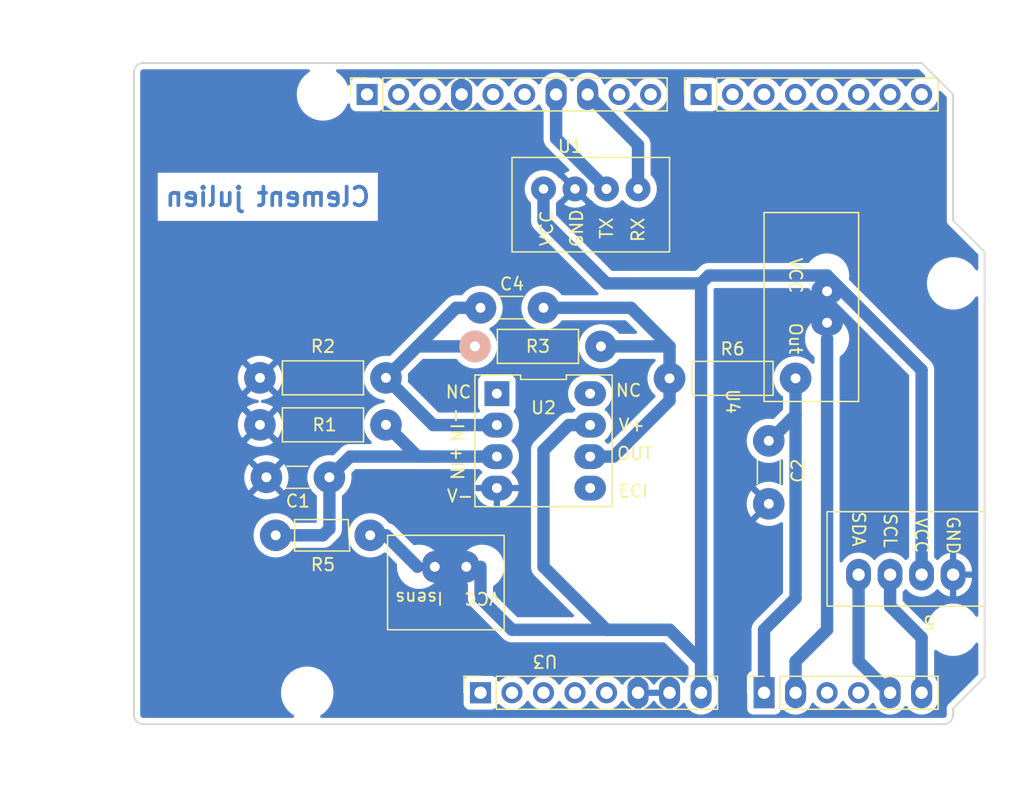
<source format=kicad_pcb>
(kicad_pcb (version 20211014) (generator pcbnew)
  (title_block (date "mar. 31 mars 2015"))
  (layers (0 "F.Cu" signal) (31 "B.Cu" signal) (34 "B.Paste" user) (35 "F.Paste" user) (36 "B.SilkS" user "B.Silkscreen") (37 "F.SilkS" user "F.Silkscreen") (38 "B.Mask" user) (39 "F.Mask" user) (44 "Edge.Cuts" user))
  (net 0 "")
  (net 1 "GND")
  (net 3 "+5V")
  (net 4 "/IOREF")
  (net 5 "/A0")
  (net 6 "/A1")
  (net 7 "/A2")
  (net 8 "/A3")
  (net 9 "/SDA{slash}A4")
  (net 10 "/SCL{slash}A5")
  (net 11 "/13")
  (net 12 "/12")
  (net 13 "/AREF")
  (net 14 "/8")
  (net 15 "/7")
  (net 16 "/*11")
  (net 17 "/*10")
  (net 18 "/*9")
  (net 19 "/4")
  (net 20 "/2")
  (net 21 "/*6")
  (net 22 "/*5")
  (net 23 "/TX{slash}1")
  (net 24 "/*3")
  (net 25 "/RX{slash}0")
  (net 26 "+3V3")
  (net 27 "VCC")
  (net 28 "/~{RESET}")
  (net 29 "Net-(C1-Pad1)")
  (net 30 "Net-(C4-Pad1)")
  (net 31 "Net-(C4-Pad2)")
  (net 35 "Net-(R5-Pad1)")
  (footprint "Connector_PinSocket_2.54mm:PinSocket_1x08_P2.54mm_Vertical" (layer "F.Cu") (at 127.94 97.46 90)
    (fp_text reference "J1" hide)
    (fp_text value "Power")
    (fp_line (start -1.33 19.11) (end 1.33 19.11) (layer "F.SilkS") (width 0.12))
    (fp_line (start 1.33 1.27) (end 1.33 19.11) (layer "F.SilkS") (width 0.12))
    (fp_line (start -1.33 1.27) (end 1.33 1.27) (layer "F.SilkS") (width 0.12))
    (fp_line (start 0 -1.33) (end 1.33 -1.33) (layer "F.SilkS") (width 0.12))
    (fp_line (start 1.33 -1.33) (end 1.33 0) (layer "F.SilkS") (width 0.12))
    (fp_line (start -1.33 1.27) (end -1.33 19.11) (layer "F.SilkS") (width 0.12))
    (pad "1" thru_hole rect locked (at 0 0 90) (size 1.7 1.7) (drill 1) (layers *.Cu *.Mask))
    (pad "2" thru_hole oval locked (at 0 2.54 90) (size 1.7 1.7) (drill 1) (layers *.Cu *.Mask) (net 4 "/IOREF"))
    (pad "3" thru_hole oval locked (at 0 5.08 90) (size 1.7 1.7) (drill 1) (layers *.Cu *.Mask) (net 28 "/~{RESET}"))
    (pad "4" thru_hole oval locked (at 0 7.62 90) (size 1.7 1.7) (drill 1) (layers *.Cu *.Mask) (net 26 "+3V3"))
    (pad "5" thru_hole oval locked (at 0 10.16 90) (size 1.7 1.7) (drill 1) (layers *.Cu *.Mask) (net 3 "+5V"))
    (pad "6" thru_hole oval locked (at 0 12.7 90) (size 2.5 1.7) (drill 1) (layers *.Cu *.Mask) (net 1 "GND"))
    (pad "7" thru_hole oval locked (at 0 15.24 90) (size 2.5 1.7) (drill 1) (layers *.Cu *.Mask) (net 1 "GND"))
    (pad "8" thru_hole oval locked (at 0 17.78 90) (size 2.5 1.7) (drill 1) (layers *.Cu *.Mask) (net 27 "VCC"))
  )
  (footprint "Connector_PinSocket_2.54mm:PinSocket_1x06_P2.54mm_Vertical" (layer "F.Cu") (at 150.8 97.46 90)
    (fp_text reference "J3" hide)
    (fp_text value "Analog")
    (fp_line (start 1.33 1.27) (end 1.33 14.03) (layer "F.SilkS") (width 0.12))
    (fp_line (start 0 -1.33) (end 1.33 -1.33) (layer "F.SilkS") (width 0.12))
    (fp_line (start -1.33 1.27) (end 1.33 1.27) (layer "F.SilkS") (width 0.12))
    (fp_line (start -1.33 1.27) (end -1.33 14.03) (layer "F.SilkS") (width 0.12))
    (fp_line (start -1.33 14.03) (end 1.33 14.03) (layer "F.SilkS") (width 0.12))
    (fp_line (start 1.33 -1.33) (end 1.33 0) (layer "F.SilkS") (width 0.12))
    (pad "1" thru_hole rect locked (at 0 0 90) (size 2.5 1.7) (drill 1) (layers *.Cu *.Mask) (net 5 "/A0"))
    (pad "2" thru_hole oval locked (at 0 2.54 90) (size 2.5 1.7) (drill 1) (layers *.Cu *.Mask) (net 6 "/A1"))
    (pad "3" thru_hole oval locked (at 0 5.08 90) (size 1.7 1.7) (drill 1) (layers *.Cu *.Mask) (net 7 "/A2"))
    (pad "4" thru_hole oval locked (at 0 7.62 90) (size 1.7 1.7) (drill 1) (layers *.Cu *.Mask) (net 8 "/A3"))
    (pad "5" thru_hole oval locked (at 0 10.16 90) (size 2.5 1.7) (drill 1) (layers *.Cu *.Mask) (net 9 "/SDA{slash}A4"))
    (pad "6" thru_hole oval locked (at 0 12.7 90) (size 2.5 1.7) (drill 1) (layers *.Cu *.Mask) (net 10 "/SCL{slash}A5"))
  )
  (footprint "Connector_PinSocket_2.54mm:PinSocket_1x10_P2.54mm_Vertical" (layer "F.Cu") (at 118.796 49.2 90)
    (fp_text reference "J2" hide)
    (fp_text value "Digital/PWM")
    (fp_line (start -1.33 24.19) (end 1.33 24.19) (layer "F.SilkS") (width 0.12))
    (fp_line (start -1.33 1.27) (end -1.33 24.19) (layer "F.SilkS") (width 0.12))
    (fp_line (start 1.33 -1.33) (end 1.33 0) (layer "F.SilkS") (width 0.12))
    (fp_line (start 0 -1.33) (end 1.33 -1.33) (layer "F.SilkS") (width 0.12))
    (fp_line (start 1.33 1.27) (end 1.33 24.19) (layer "F.SilkS") (width 0.12))
    (fp_line (start -1.33 1.27) (end 1.33 1.27) (layer "F.SilkS") (width 0.12))
    (pad "1" thru_hole rect locked (at 0 0 90) (size 1.7 1.7) (drill 1) (layers *.Cu *.Mask) (net 10 "/SCL{slash}A5"))
    (pad "2" thru_hole oval locked (at 0 2.54 90) (size 1.7 1.7) (drill 1) (layers *.Cu *.Mask) (net 9 "/SDA{slash}A4"))
    (pad "3" thru_hole oval locked (at 0 5.08 90) (size 1.7 1.7) (drill 1) (layers *.Cu *.Mask) (net 13 "/AREF"))
    (pad "4" thru_hole oval locked (at 0 7.62 90) (size 2.5 1.7) (drill 1) (layers *.Cu *.Mask) (net 1 "GND"))
    (pad "5" thru_hole oval locked (at 0 10.16 90) (size 1.7 1.7) (drill 1) (layers *.Cu *.Mask) (net 11 "/13"))
    (pad "6" thru_hole oval locked (at 0 12.7 90) (size 1.7 1.7) (drill 1) (layers *.Cu *.Mask) (net 12 "/12"))
    (pad "7" thru_hole oval locked (at 0 15.24 90) (size 2.5 1.7) (drill 1) (layers *.Cu *.Mask) (net 16 "/*11"))
    (pad "8" thru_hole oval locked (at 0 17.78 90) (size 2.5 1.7) (drill 1) (layers *.Cu *.Mask) (net 17 "/*10"))
    (pad "9" thru_hole oval locked (at 0 20.32 90) (size 1.7 1.7) (drill 1) (layers *.Cu *.Mask) (net 18 "/*9"))
    (pad "10" thru_hole oval locked (at 0 22.86 90) (size 1.7 1.7) (drill 1) (layers *.Cu *.Mask) (net 14 "/8"))
  )
  (footprint "Connector_PinSocket_2.54mm:PinSocket_1x08_P2.54mm_Vertical" (layer "F.Cu") (at 145.72 49.2 90)
    (fp_text reference "J4" hide)
    (fp_text value "Digital/PWM")
    (fp_line (start -1.33 19.11) (end 1.33 19.11) (layer "F.SilkS") (width 0.12))
    (fp_line (start -1.33 1.27) (end -1.33 19.11) (layer "F.SilkS") (width 0.12))
    (fp_line (start 0 -1.33) (end 1.33 -1.33) (layer "F.SilkS") (width 0.12))
    (fp_line (start -1.33 1.27) (end 1.33 1.27) (layer "F.SilkS") (width 0.12))
    (fp_line (start 1.33 -1.33) (end 1.33 0) (layer "F.SilkS") (width 0.12))
    (fp_line (start 1.33 1.27) (end 1.33 19.11) (layer "F.SilkS") (width 0.12))
    (pad "1" thru_hole rect locked (at 0 0 90) (size 1.7 1.7) (drill 1) (layers *.Cu *.Mask) (net 15 "/7"))
    (pad "2" thru_hole oval locked (at 0 2.54 90) (size 1.7 1.7) (drill 1) (layers *.Cu *.Mask) (net 21 "/*6"))
    (pad "3" thru_hole oval locked (at 0 5.08 90) (size 1.7 1.7) (drill 1) (layers *.Cu *.Mask) (net 22 "/*5"))
    (pad "4" thru_hole oval locked (at 0 7.62 90) (size 1.7 1.7) (drill 1) (layers *.Cu *.Mask) (net 19 "/4"))
    (pad "5" thru_hole oval locked (at 0 10.16 90) (size 1.7 1.7) (drill 1) (layers *.Cu *.Mask) (net 24 "/*3"))
    (pad "6" thru_hole oval locked (at 0 12.7 90) (size 1.7 1.7) (drill 1) (layers *.Cu *.Mask) (net 20 "/2"))
    (pad "7" thru_hole oval locked (at 0 15.24 90) (size 1.7 1.7) (drill 1) (layers *.Cu *.Mask) (net 23 "/TX{slash}1"))
    (pad "8" thru_hole oval locked (at 0 17.78 90) (size 1.7 1.7) (drill 1) (layers *.Cu *.Mask) (net 25 "/RX{slash}0"))
  )
  (footprint "capteur_graphite:Graphite_flex_sensor" (layer "F.Cu") (at 125.527 87.3 180)
    (fp_text reference "U3" (at -7.62 -7.62 180 unlocked) (layer "F.SilkS"))
    (fp_text value "Graphite_flex_sensor")
    (fp_text user "Isens" (at 2.54 -2.54 180 unlocked) (layer "F.SilkS"))
    (fp_text user "VCC" (at -2.54 -2.54 180 unlocked) (layer "F.SilkS"))
    (fp_rect (start -4.318 -5.08) (end 5.08 2.54) (layer "F.SilkS") (width 0.12) (fill none))
    (pad "1" thru_hole oval (at -1.27 0 180) (size 2 2.54) (drill 0.8) (layers *.Cu *.Mask) (net 27 "VCC"))
    (pad "2" thru_hole oval (at 1.27 0 180) (size 2 2.54) (drill 0.8) (layers *.Cu *.Mask) (net 35 "Net-(R5-Pad1)"))
  )
  (footprint "capteur_graphite:LTC1050" (layer "F.Cu") (at 133.02 77.14 -90)
    (fp_text reference "U2" (at -2.667 0) (layer "F.SilkS"))
    (fp_text value "LTC1050")
    (fp_text user "V+" (at -1.27 -7.112 unlocked) (layer "F.SilkS"))
    (fp_text user "NC" (at -4.064 -6.858 unlocked) (layer "F.SilkS"))
    (fp_text user "+IN" (at 1.778 6.985 -90 unlocked) (layer "F.SilkS"))
    (fp_text user "OUT" (at 1.016 -7.366 unlocked) (layer "F.SilkS"))
    (fp_text user "NC" (at -3.937 6.858 unlocked) (layer "F.SilkS"))
    (fp_text user "-IN" (at -1.27 6.985 -90 unlocked) (layer "F.SilkS"))
    (fp_text user "ECI" (at 4.064 -7.239 unlocked) (layer "F.SilkS"))
    (fp_text user "V-" (at 4.445 6.731 unlocked) (layer "F.SilkS"))
    (fp_line (start -5.31 1.843333) (end -5.31 5.53) (layer "F.SilkS") (width 0.12))
    (fp_line (start -5.31 -1.843333) (end -4.95 -1.843333) (layer "F.SilkS") (width 0.12))
    (fp_line (start 5.31 5.53) (end 5.31 -5.53) (layer "F.SilkS") (width 0.12))
    (fp_line (start -4.95 -1.843333) (end -4.95 1.843333) (layer "F.SilkS") (width 0.12))
    (fp_line (start 5.31 -5.53) (end -5.31 -5.53) (layer "F.SilkS") (width 0.12))
    (fp_line (start -5.31 5.53) (end 5.31 5.53) (layer "F.SilkS") (width 0.12))
    (fp_line (start -4.95 1.843333) (end -5.31 1.843333) (layer "F.SilkS") (width 0.12))
    (fp_line (start -5.31 -5.53) (end -5.31 -1.843333) (layer "F.SilkS") (width 0.12))
    (pad "1" thru_hole rect (at -3.81 3.76 270) (size 2 2) (drill 0.8) (layers *.Cu *.Mask))
    (pad "2" thru_hole oval (at -1.27 3.76 270) (size 2 2.54) (drill 0.8) (layers *.Cu *.Mask) (net 30 "Net-(C4-Pad1)"))
    (pad "3" thru_hole oval (at 1.27 3.76 270) (size 2 2.54) (drill 0.8) (layers *.Cu *.Mask) (net 29 "Net-(C1-Pad1)"))
    (pad "4" thru_hole oval (at 3.81 3.76 270) (size 2 2.54) (drill 0.8) (layers *.Cu *.Mask) (net 1 "GND"))
    (pad "5" thru_hole oval (at 3.81 -3.76 270) (size 2 2.54) (drill 0.8) (layers *.Cu *.Mask))
    (pad "6" thru_hole oval (at 1.27 -3.76 270) (size 2 2.54) (drill 0.8) (layers *.Cu *.Mask) (net 31 "Net-(C4-Pad2)"))
    (pad "7" thru_hole oval (at -1.27 -3.76 270) (size 2 2.54) (drill 0.8) (layers *.Cu *.Mask) (net 27 "VCC"))
    (pad "8" thru_hole oval (at -3.81 -3.76 270) (size 2 2.54) (drill 0.8) (layers *.Cu *.Mask))
  )
  (footprint "Resistor_THT:R_Axial_DIN0207_L6.3mm_D2.5mm_P10.16mm_Horizontal" (layer "F.Cu") (at 143.18 72.1)
    (fp_text reference "R6" (at 5.08 -2.37) (layer "F.SilkS"))
    (fp_text value "1k")
    (fp_line (start 1.81 1.37) (end 8.35 1.37) (layer "F.SilkS") (width 0.12))
    (fp_line (start 1.81 -1.37) (end 1.81 1.37) (layer "F.SilkS") (width 0.12))
    (fp_line (start 8.35 -1.37) (end 1.81 -1.37) (layer "F.SilkS") (width 0.12))
    (fp_line (start 8.35 1.37) (end 8.35 -1.37) (layer "F.SilkS") (width 0.12))
    (pad "1" thru_hole circle (at 0 0) (size 2.54 2.54) (drill 0.8) (layers *.Cu *.Mask) (net 31 "Net-(C4-Pad2)"))
    (pad "2" thru_hole circle (at 10.16 0) (size 2.54 2.54) (drill 0.8) (layers *.Cu *.Mask) (net 5 "/A0"))
  )
  (footprint "Resistor_THT:R_Axial_DIN0204_L3.6mm_D1.6mm_P5.08mm_Horizontal" (layer "F.Cu") (at 127.94 66.41)
    (fp_text reference "C4" (at 2.54 -1.92) (layer "F.SilkS"))
    (fp_text value "1µ")
    (fp_line (start 1.509 -0.92) (end 3.429 -0.92) (layer "F.SilkS") (width 0.12))
    (fp_line (start 1.509 0.889) (end 3.556 0.889) (layer "F.SilkS") (width 0.12))
    (pad "1" thru_hole circle (at 0 0) (size 2.54 2.54) (drill 0.8) (layers *.Cu *.Mask) (net 30 "Net-(C4-Pad1)"))
    (pad "2" thru_hole circle (at 5.08 0) (size 2.54 2.54) (drill 0.8) (layers *.Cu *.Mask) (net 31 "Net-(C4-Pad2)"))
  )
  (footprint "Resistor_THT:R_Axial_DIN0207_L6.3mm_D2.5mm_P10.16mm_Horizontal" (layer "F.Cu") (at 127.49 69.52)
    (fp_text reference "R3" (at 5.08 0) (layer "F.SilkS"))
    (fp_text value "100k")
    (fp_line (start 1.81 -1.37) (end 1.81 1.37) (layer "F.SilkS") (width 0.12))
    (fp_line (start 1.81 1.37) (end 8.35 1.37) (layer "F.SilkS") (width 0.12))
    (fp_line (start 8.35 -1.37) (end 1.81 -1.37) (layer "F.SilkS") (width 0.12))
    (fp_line (start 8.35 1.37) (end 8.35 -1.37) (layer "F.SilkS") (width 0.12))
    (pad "1" thru_hole circle (at 0 0) (size 2.54 2.54) (drill 0.8) (layers *.Cu *.Mask "B.SilkS") (net 30 "Net-(C4-Pad1)"))
    (pad "2" thru_hole circle (at 10.16 0) (size 2.54 2.54) (drill 0.8) (layers *.Cu *.Mask) (net 31 "Net-(C4-Pad2)"))
  )
  (footprint "Arduino_MountingHole:MountingHole_3.2mm" (layer "F.Cu") (at 115.24 49.2)
    (fp_text reference "MH1" hide)
    (fp_text value "MountingHole_3.2mm" hide)
    (pad "" np_thru_hole circle locked (at 0 0) (size 3.2 3.2) (drill 3.2) (layers *.Cu *.Mask))
  )
  (footprint "Resistor_THT:R_Axial_DIN0204_L3.6mm_D1.6mm_P5.08mm_Horizontal" (layer "F.Cu") (at 115.76 80.08 180)
    (fp_text reference "C1" (at 2.54 -1.92) (layer "F.SilkS"))
    (fp_text value "100n")
    (fp_line (start 1.763 0.889) (end 3.429 0.889) (layer "F.SilkS") (width 0.12))
    (fp_line (start 1.636 -0.889) (end 3.556 -0.889) (layer "F.SilkS") (width 0.12))
    (pad "1" thru_hole circle (at 0 0 180) (size 2.54 2.54) (drill 0.8) (layers *.Cu *.Mask) (net 29 "Net-(C1-Pad1)"))
    (pad "2" thru_hole circle (at 5.08 0 180) (size 2.54 2.54) (drill 0.8) (layers *.Cu *.Mask) (net 1 "GND"))
  )
  (footprint "Resistor_THT:R_Axial_DIN0207_L6.3mm_D2.5mm_P7.62mm_Horizontal" (layer "F.Cu") (at 119.05 84.76 180)
    (fp_text reference "R5" (at 3.81 -2.37) (layer "F.SilkS"))
    (fp_text value "10k")
    (fp_line (start 6.096 1.27) (end 1.778 1.27) (layer "F.SilkS") (width 0.12))
    (fp_line (start 6.096 -1.27) (end 6.096 1.27) (layer "F.SilkS") (width 0.12))
    (fp_line (start 1.778 1.27) (end 1.651 -1.27) (layer "F.SilkS") (width 0.12))
    (fp_line (start 1.651 -1.27) (end 6.096 -1.27) (layer "F.SilkS") (width 0.12))
    (pad "1" thru_hole circle (at 0 0 180) (size 2.54 2.54) (drill 0.8) (layers *.Cu *.Mask) (net 35 "Net-(R5-Pad1)"))
    (pad "2" thru_hole circle (at 7.62 0 180) (size 2.54 2.54) (drill 0.8) (layers *.Cu *.Mask) (net 29 "Net-(C1-Pad1)"))
  )
  (footprint "capteur_graphite:BT_empreinte" (layer "F.Cu") (at 135.56 56.82)
    (fp_text reference "U1" (at -0.381 -3.429 unlocked) (layer "F.SilkS"))
    (fp_text value "Modem_BT")
    (fp_text user "VCC" (at -2.286 3.175 90 unlocked) (layer "F.SilkS"))
    (fp_text user "TX" (at 2.54 3.175 90 unlocked) (layer "F.SilkS"))
    (fp_text user "GND" (at 0.127 3.175 90 unlocked) (layer "F.SilkS"))
    (fp_text user "RX" (at 5.08 3.302 90 unlocked) (layer "F.SilkS"))
    (fp_rect (start -5.08 -2.54) (end 7.62 5.08) (layer "F.SilkS") (width 0.12) (fill none))
    (pad "1" thru_hole circle (at -2.54 0) (size 2 2) (drill 0.762) (layers *.Cu *.Mask) (net 27 "VCC"))
    (pad "2" thru_hole circle (at 0 0) (size 2 2) (drill 0.762) (layers *.Cu *.Mask) (net 1 "GND"))
    (pad "3" thru_hole circle (at 2.54 0) (size 2 2) (drill 0.8) (layers *.Cu *.Mask) (net 16 "/*11"))
    (pad "4" thru_hole circle (at 5.08 0) (size 2 2) (drill 0.762) (layers *.Cu *.Mask) (net 17 "/*10"))
  )
  (footprint "capteur_graphite:Spectra_flex_sensor" (layer "F.Cu") (at 155.88 66.345 -90)
    (fp_text reference "U4" (at 7.62 7.62 -90 unlocked) (layer "F.SilkS"))
    (fp_text value "Spectra_flex_sensor")
    (fp_text user "Out" (at 2.54 2.54 -90 unlocked) (layer "F.SilkS"))
    (fp_text user "VCC" (at -2.54 2.54 -90 unlocked) (layer "F.SilkS"))
    (fp_rect (start -7.62 -2.54) (end 7.62 5.08) (layer "F.SilkS") (width 0.12) (fill none))
    (pad "1" thru_hole oval (at -1.27 0 270) (size 2 2.54) (drill oval 0.8) (layers *.Cu *.Mask) (net 27 "VCC"))
    (pad "2" thru_hole oval (at 1.27 0 270) (size 2 2.54) (drill 0.8) (layers *.Cu *.Mask) (net 6 "/A1"))
  )
  (footprint "capteur_graphite:OLED_screen" (layer "F.Cu") (at 160.96 87.935 180)
    (fp_text reference "U5" (at -3.683 -3.81 180 unlocked) (layer "F.SilkS"))
    (fp_text value "OLED_screen")
    (fp_text user "GND" (at -5.08 3.175 270 unlocked) (layer "F.SilkS"))
    (fp_text user "VCC" (at -2.54 3.175 270 unlocked) (layer "F.SilkS"))
    (fp_text user "SCL" (at 0 3.556 270 unlocked) (layer "F.SilkS"))
    (fp_text user "SDA" (at 2.54 3.683 270 unlocked) (layer "F.SilkS"))
    (fp_rect (start -7.62 -2.54) (end 5.08 5.08) (layer "F.SilkS") (width 0.12) (fill none))
    (pad "1" thru_hole oval (at -5.08 0 180) (size 2 2.54) (drill 1) (layers *.Cu *.Mask) (net 1 "GND"))
    (pad "2" thru_hole oval (at -2.54 0 180) (size 2 2.54) (drill 1) (layers *.Cu *.Mask) (net 27 "VCC"))
    (pad "3" thru_hole oval (at 0 0 180) (size 2 2.54) (drill 1) (layers *.Cu *.Mask) (net 10 "/SCL{slash}A5"))
    (pad "4" thru_hole oval (at 2.54 0 180) (size 2 2.54) (drill 1) (layers *.Cu *.Mask) (net 9 "/SDA{slash}A4"))
  )
  (footprint "Resistor_THT:R_Axial_DIN0204_L3.6mm_D1.6mm_P5.08mm_Horizontal" (layer "F.Cu") (at 151.181 77.14 -90)
    (fp_text reference "C2" (at 2.413 -2.354 90) (layer "F.SilkS"))
    (fp_text value "100n")
    (fp_line (start 1.509 0.92) (end 3.429 0.92) (layer "F.SilkS") (width 0.12))
    (fp_line (start 1.509 -0.92) (end 3.556 -0.92) (layer "F.SilkS") (width 0.12))
    (pad "1" thru_hole circle (at 0 0 270) (size 2.54 2.54) (drill 0.8) (layers *.Cu *.Mask) (net 5 "/A0"))
    (pad "2" thru_hole circle (at 5.08 0 270) (size 2.54 2.54) (drill 0.8) (layers *.Cu *.Mask) (net 1 "GND"))
  )
  (footprint "Arduino_MountingHole:MountingHole_3.2mm" (layer "F.Cu") (at 113.97 97.46)
    (fp_text reference "MH2" hide)
    (fp_text value "MountingHole_3.2mm" hide)
    (pad "" np_thru_hole circle locked (at 0 0) (size 3.2 3.2) (drill 3.2) (layers *.Cu *.Mask))
  )
  (footprint "Resistor_THT:R_Axial_DIN0207_L6.3mm_D2.5mm_P10.16mm_Horizontal" (layer "F.Cu") (at 120.32 75.85 180)
    (fp_text reference "R1" (at 4.953 0) (layer "F.SilkS"))
    (fp_text value "100k")
    (fp_line (start 1.81 1.37) (end 8.35 1.37) (layer "F.SilkS") (width 0.12))
    (fp_line (start 8.35 -1.37) (end 1.81 -1.37) (layer "F.SilkS") (width 0.12))
    (fp_line (start 1.81 -1.37) (end 1.81 1.37) (layer "F.SilkS") (width 0.12))
    (fp_line (start 8.35 1.37) (end 8.35 -1.37) (layer "F.SilkS") (width 0.12))
    (pad "1" thru_hole circle (at 0 0 180) (size 2.54 2.54) (drill 0.8) (layers *.Cu *.Mask) (net 29 "Net-(C1-Pad1)"))
    (pad "2" thru_hole circle (at 10.16 0 180) (size 2.54 2.54) (drill 0.8) (layers *.Cu *.Mask) (net 1 "GND"))
  )
  (footprint "Resistor_THT:R_Axial_DIN0207_L6.3mm_D2.5mm_P10.16mm_Horizontal" (layer "F.Cu") (at 120.32 72.06 180)
    (fp_text reference "R2" (at 5.08 2.54) (layer "F.SilkS"))
    (fp_text value "1k")
    (fp_line (start 1.81 1.37) (end 8.35 1.37) (layer "F.SilkS") (width 0.12))
    (fp_line (start 8.35 -1.37) (end 1.81 -1.37) (layer "F.SilkS") (width 0.12))
    (fp_line (start 8.35 1.37) (end 8.35 -1.37) (layer "F.SilkS") (width 0.12))
    (fp_line (start 1.81 -1.37) (end 1.81 1.37) (layer "F.SilkS") (width 0.12))
    (pad "1" thru_hole circle (at 0 0 180) (size 2.54 2.54) (drill 0.8) (layers *.Cu *.Mask) (net 30 "Net-(C4-Pad1)"))
    (pad "2" thru_hole circle (at 10.16 0 180) (size 2.54 2.54) (drill 0.8) (layers *.Cu *.Mask) (net 1 "GND"))
  )
  (footprint "Arduino_MountingHole:MountingHole_3.2mm" (layer "F.Cu") (at 166.04 64.44)
    (fp_text reference "MH3" hide)
    (fp_text value "MountingHole_3.2mm" hide)
    (pad "" np_thru_hole circle locked (at 0 0) (size 3.2 3.2) (drill 3.2) (layers *.Cu *.Mask))
  )
  (footprint "Arduino_MountingHole:MountingHole_3.2mm" (layer "F.Cu") (at 166.04 92.38)
    (fp_text reference "MH4" hide)
    (fp_text value "MountingHole_3.2mm" hide)
    (pad "" np_thru_hole circle locked (at 0 0) (size 3.2 3.2) (drill 3.2) (layers *.Cu *.Mask))
  )
  (gr_line (start 166.04 59.36) (end 168.58 61.9) (layer "Edge.Cuts") (width 0.15))
  (gr_line (start 100 99.238) (end 100 47.422) (layer "Edge.Cuts") (width 0.15))
  (gr_line (start 168.58 61.9) (end 168.58 96.19) (layer "Edge.Cuts") (width 0.15))
  (gr_line (start 165.278 100) (end 100.762 100) (layer "Edge.Cuts") (width 0.15))
  (gr_line (start 100.762 46.66) (end 163.5 46.66) (layer "Edge.Cuts") (width 0.15))
  (gr_arc (start 100.762 100) (mid 100.223185 99.776815) (end 100 99.238) (layer "Edge.Cuts") (width 0.15))
  (gr_line (start 168.58 96.19) (end 166.04 98.73) (layer "Edge.Cuts") (width 0.15))
  (gr_line (start 163.5 46.66) (end 166.04 49.2) (layer "Edge.Cuts") (width 0.15))
  (gr_arc (start 166.04 99.238) (mid 165.816815 99.776815) (end 165.278 100) (layer "Edge.Cuts") (width 0.15))
  (gr_line (start 166.04 49.2) (end 166.04 59.36) (layer "Edge.Cuts") (width 0.15))
  (gr_line (start 166.04 98.73) (end 166.04 99.238) (layer "Edge.Cuts") (width 0.15))
  (gr_arc (start 100 47.422) (mid 100.223185 46.883185) (end 100.762 46.66) (layer "Edge.Cuts") (width 0.15))
  (gr_text "Clement julien" (at 110.795 57.455) (layer "B.Cu") (effects (font (size 1.5 1.5) (thickness 0.3)) (justify mirror)))
  (segment (start 150.8 92.38) (end 150.8 97.46) (width 1) (layer "B.Cu") (net 5))
  (segment (start 153.34 72.1) (end 153.34 75.04) (width 1) (layer "B.Cu") (net 5))
  (segment (start 153.34 89.84) (end 150.8 92.38) (width 1) (layer "B.Cu") (net 5))
  (segment (start 153.34 75.04) (end 151.24 77.14) (width 1) (layer "B.Cu") (net 5))
  (segment (start 153.34 75.04) (end 153.34 89.84) (width 1) (layer "B.Cu") (net 5))
  (segment (start 155.88 92.38) (end 153.34 94.92) (width 1) (layer "B.Cu") (net 6))
  (segment (start 155.88 68.885) (end 155.88 92.38) (width 1) (layer "B.Cu") (net 6))
  (segment (start 153.34 94.92) (end 153.34 97.46) (width 1) (layer "B.Cu") (net 6))
  (segment (start 158.42 87.935) (end 158.42 94.92) (width 1) (layer "B.Cu") (net 9))
  (segment (start 158.42 94.92) (end 160.96 97.46) (width 1) (layer "B.Cu") (net 9))
  (segment (start 160.96 90.475) (end 160.96 87.935) (width 1) (layer "B.Cu") (net 10))
  (segment (start 163.5 97.46) (end 163.5 93.015) (width 1) (layer "B.Cu") (net 10))
  (segment (start 163.5 93.015) (end 160.96 90.475) (width 1) (layer "B.Cu") (net 10))
  (segment (start 138.1 56.82) (end 134.036 52.756) (width 1) (layer "B.Cu") (net 16))
  (segment (start 134.036 52.756) (end 134.036 49.2) (width 1) (layer "B.Cu") (net 16))
  (segment (start 140.64 53.264) (end 136.576 49.2) (width 1) (layer "B.Cu") (net 17))
  (segment (start 140.64 56.82) (end 140.64 53.264) (width 1) (layer "B.Cu") (net 17))
  (segment (start 145.72 64.44) (end 145.72 94.92) (width 1) (layer "B.Cu") (net 27))
  (segment (start 163.5 71.425) (end 155.88 63.805) (width 1) (layer "B.Cu") (net 27))
  (segment (start 127.94 89.84) (end 130.48 92.38) (width 1) (layer "B.Cu") (net 27))
  (segment (start 138.1 92.38) (end 143.18 92.38) (width 1) (layer "B.Cu") (net 27))
  (segment (start 130.48 92.38) (end 143.18 92.38) (width 1) (layer "B.Cu") (net 27))
  (segment (start 133.02 56.82) (end 133.02 59.36) (width 1) (layer "B.Cu") (net 27))
  (segment (start 133.02 59.36) (end 135.56 61.9) (width 1) (layer "B.Cu") (net 27))
  (segment (start 135.05 75.87) (end 133.02 77.9) (width 1) (layer "B.Cu") (net 27))
  (segment (start 135.56 61.9) (end 138.1 64.44) (width 1) (layer "B.Cu") (net 27))
  (segment (start 127.94 87.3) (end 127.94 89.84) (width 1) (layer "B.Cu") (net 27))
  (segment (start 143.18 92.38) (end 145.72 94.92) (width 1) (layer "B.Cu") (net 27))
  (segment (start 133.02 77.9) (end 133.02 87.3) (width 1) (layer "B.Cu") (net 27))
  (segment (start 163.5 87.935) (end 163.5 71.425) (width 1) (layer "B.Cu") (net 27))
  (segment (start 155.88 63.805) (end 146.355 63.805) (width 1) (layer "B.Cu") (net 27))
  (segment (start 146.355 63.805) (end 145.72 64.44) (width 1) (layer "B.Cu") (net 27))
  (segment (start 145.72 94.92) (end 145.72 97.46) (width 1) (layer "B.Cu") (net 27))
  (segment (start 138.1 64.44) (end 145.72 64.44) (width 1) (layer "B.Cu") (net 27))
  (segment (start 136.78 75.87) (end 135.05 75.87) (width 1) (layer "B.Cu") (net 27))
  (segment (start 133.02 87.3) (end 138.1 92.38) (width 1) (layer "B.Cu") (net 27))
  (segment (start 111.43 84.76) (end 115.24 84.76) (width 1) (layer "B.Cu") (net 29))
  (segment (start 120.32 75.85) (end 122.88 78.41) (width 1) (layer "B.Cu") (net 29))
  (segment (start 115.76 80.08) (end 115.76 84.24) (width 1) (layer "B.Cu") (net 29))
  (segment (start 115.76 80.08) (end 117.43 78.41) (width 1) (layer "B.Cu") (net 29))
  (segment (start 117.43 78.41) (end 124.13 78.41) (width 1) (layer "B.Cu") (net 29))
  (segment (start 122.88 78.41) (end 124.13 78.41) (width 1) (layer "B.Cu") (net 29))
  (segment (start 115.76 84.24) (end 115.24 84.76) (width 1) (layer "B.Cu") (net 29))
  (segment (start 124.13 78.41) (end 129.26 78.41) (width 1) (layer "B.Cu") (net 29))
  (segment (start 120.32 72.06) (end 124.13 75.87) (width 1) (layer "B.Cu") (net 30))
  (segment (start 124.13 75.87) (end 129.26 75.87) (width 1) (layer "B.Cu") (net 30))
  (segment (start 127.94 66.41) (end 125.97 66.41) (width 1) (layer "B.Cu") (net 30))
  (segment (start 127.49 69.52) (end 122.86 69.52) (width 1) (layer "B.Cu") (net 30))
  (segment (start 125.97 66.41) (end 122.86 69.52) (width 1) (layer "B.Cu") (net 30))
  (segment (start 122.86 69.52) (end 120.32 72.06) (width 1) (layer "B.Cu") (net 30))
  (segment (start 140.07 66.41) (end 143.18 69.52) (width 1) (layer "B.Cu") (net 31))
  (segment (start 137.65 69.52) (end 143.18 69.52) (width 1) (layer "B.Cu") (net 31))
  (segment (start 143.18 73.896051) (end 138.666051 78.41) (width 1) (layer "B.Cu") (net 31))
  (segment (start 138.666051 78.41) (end 136.78 78.41) (width 1) (layer "B.Cu") (net 31))
  (segment (start 143.18 72.1) (end 143.18 73.896051) (width 1) (layer "B.Cu") (net 31))
  (segment (start 133.02 66.41) (end 140.07 66.41) (width 1) (layer "B.Cu") (net 31))
  (segment (start 143.18 69.52) (end 143.18 72.1) (width 1) (layer "B.Cu") (net 31))
  (segment (start 119.05 84.76) (end 120.32 84.76) (width 1) (layer "B.Cu") (net 35))
  (segment (start 120.32 84.76) (end 122.86 87.3) (width 1) (layer "B.Cu") (net 35))
  (zone (net 1) (net_name "GND") (layer "B.Cu") (connect_pads (clearance 0.508)) (min_thickness 0.254) (fill yes (thermal_gap 0.508) (thermal_bridge_width 0.508))
    (polygon (pts (xy 171.755 106.985) (xy 89.205 105.715) (xy 95.555 41.58) (xy 170.485 41.58)))
  )
)
</source>
